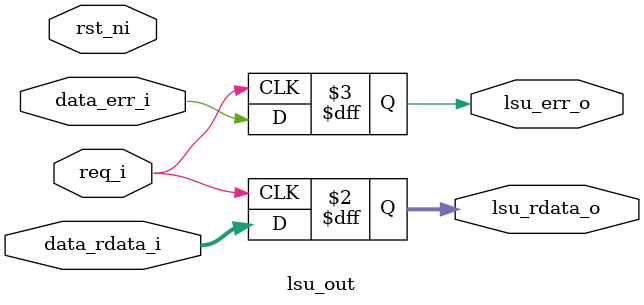
<source format=sv>


module lsu_out(
	//control signal
	input  logic        req_i,
	input  logic		rst_ni,

	//interface LSU / Next
	output logic [31:0]	lsu_rdata_o,
	output logic		lsu_err_o,

	//interface LSU / Mem
	input  logic [31:0] data_rdata_i,
	input  logic 		data_err_i	
);

always_ff @(posedge(req_i)) begin
	lsu_rdata_o  <= data_rdata_i;
	lsu_err_o 	 <= data_err_i;
end

endmodule

</source>
